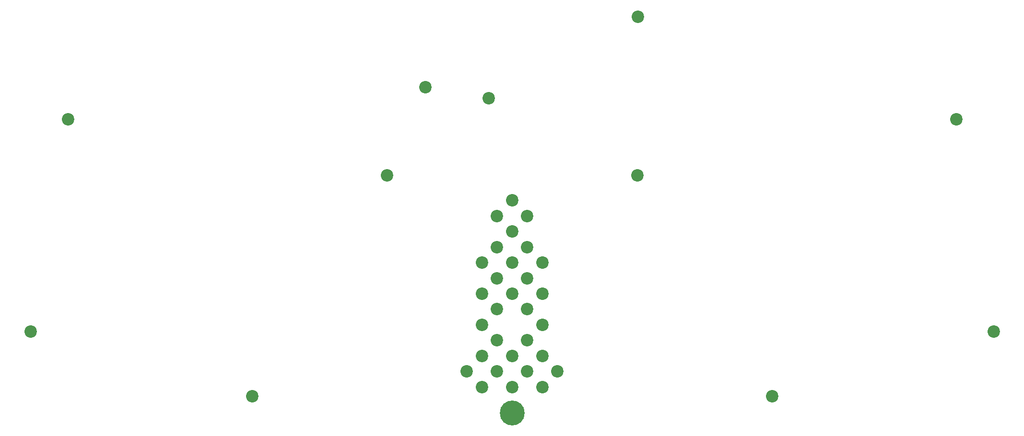
<source format=gbs>
%TF.GenerationSoftware,KiCad,Pcbnew,(5.1.9-0-10_14)*%
%TF.CreationDate,2021-04-02T11:56:41+09:00*%
%TF.ProjectId,pcb-top-plate-rev1,7063622d-746f-4702-9d70-6c6174652d72,rev?*%
%TF.SameCoordinates,Original*%
%TF.FileFunction,Soldermask,Bot*%
%TF.FilePolarity,Negative*%
%FSLAX46Y46*%
G04 Gerber Fmt 4.6, Leading zero omitted, Abs format (unit mm)*
G04 Created by KiCad (PCBNEW (5.1.9-0-10_14)) date 2021-04-02 11:56:41*
%MOMM*%
%LPD*%
G01*
G04 APERTURE LIST*
%ADD10C,2.200000*%
%ADD11C,4.400000*%
G04 APERTURE END LIST*
D10*
%TO.C,Ref\u002A\u002A*%
X132650000Y-96310000D03*
%TD*%
%TO.C,Ref\u002A\u002A*%
X127330000Y-96310000D03*
%TD*%
%TO.C,Ref\u002A\u002A*%
X122010000Y-96310000D03*
%TD*%
%TO.C,Ref\u002A\u002A*%
X135330000Y-93550000D03*
%TD*%
%TO.C,Ref\u002A\u002A*%
X130000000Y-93550000D03*
%TD*%
%TO.C,Ref\u002A\u002A*%
X124660000Y-93550000D03*
%TD*%
%TO.C,Ref\u002A\u002A*%
X119310000Y-93550000D03*
%TD*%
%TO.C,Ref\u002A\u002A*%
X132650000Y-90810000D03*
%TD*%
%TO.C,Ref\u002A\u002A*%
X127330000Y-90810000D03*
%TD*%
%TO.C,Ref\u002A\u002A*%
X122010000Y-90810000D03*
%TD*%
%TO.C,Ref\u002A\u002A*%
X130000000Y-88050000D03*
%TD*%
%TO.C,Ref\u002A\u002A*%
X124660000Y-88050000D03*
%TD*%
%TO.C,Ref\u002A\u002A*%
X132650000Y-85310000D03*
%TD*%
%TO.C,Ref\u002A\u002A*%
X122020000Y-85310000D03*
%TD*%
%TO.C,Ref\u002A\u002A*%
X130000000Y-82550000D03*
%TD*%
%TO.C,Ref\u002A\u002A*%
X124660000Y-82550000D03*
%TD*%
%TO.C,Ref\u002A\u002A*%
X132650000Y-79810000D03*
%TD*%
%TO.C,Ref\u002A\u002A*%
X127330000Y-79810000D03*
%TD*%
%TO.C,Ref\u002A\u002A*%
X122010000Y-79810000D03*
%TD*%
%TO.C,Ref\u002A\u002A*%
X130000000Y-77050000D03*
%TD*%
%TO.C,Ref\u002A\u002A*%
X124660000Y-77050000D03*
%TD*%
%TO.C,Ref\u002A\u002A*%
X132650000Y-74300000D03*
%TD*%
%TO.C,Ref\u002A\u002A*%
X127340000Y-74310000D03*
%TD*%
%TO.C,Ref\u002A\u002A*%
X122010000Y-74310000D03*
%TD*%
%TO.C,Ref\u002A\u002A*%
X130000000Y-71550000D03*
%TD*%
%TO.C,Ref\u002A\u002A*%
X124660000Y-71550000D03*
%TD*%
%TO.C,Ref\u002A\u002A*%
X127330000Y-68800000D03*
%TD*%
%TO.C,Ref\u002A\u002A*%
X130000000Y-66050000D03*
%TD*%
%TO.C,Ref\u002A\u002A*%
X124660000Y-66050000D03*
%TD*%
%TO.C,Ref\u002A\u002A*%
X127330000Y-63310000D03*
%TD*%
%TO.C,Ref\u002A\u002A*%
X149540000Y-30820000D03*
%TD*%
%TO.C,Ref\u002A\u002A*%
X123230000Y-45270000D03*
%TD*%
%TO.C,Ref\u002A\u002A*%
X111990000Y-43270000D03*
%TD*%
%TO.C,H8*%
X212330000Y-86490000D03*
%TD*%
%TO.C,H7*%
X205730000Y-48980000D03*
%TD*%
%TO.C,H6*%
X173220000Y-97930000D03*
%TD*%
%TO.C,H5*%
X149450000Y-58890000D03*
%TD*%
%TO.C,H3*%
X81440000Y-97930000D03*
%TD*%
%TO.C,H4*%
X105220000Y-58900000D03*
%TD*%
%TO.C,H2*%
X42320000Y-86490000D03*
%TD*%
%TO.C,H9*%
X48940000Y-48990000D03*
%TD*%
D11*
%TO.C,H1*%
X127340000Y-100910000D03*
%TD*%
M02*

</source>
